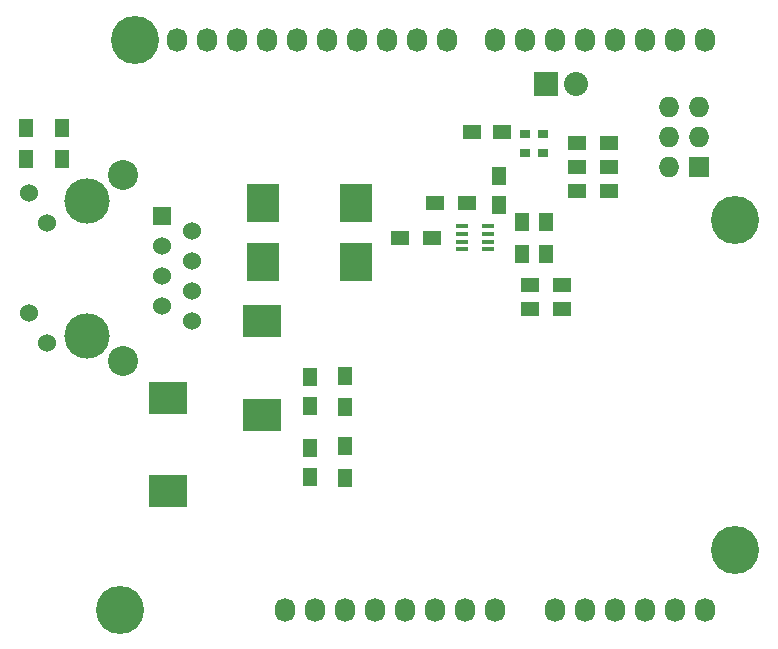
<source format=gbr>
G04 #@! TF.FileFunction,Soldermask,Top*
%FSLAX46Y46*%
G04 Gerber Fmt 4.6, Leading zero omitted, Abs format (unit mm)*
G04 Created by KiCad (PCBNEW (2015-08-20 BZR 6109, Git 2605ab0)-product) date Sat 10 Oct 2015 06:29:31 PM EDT*
%MOMM*%
G01*
G04 APERTURE LIST*
%ADD10C,0.100000*%
%ADD11O,1.727200X2.032000*%
%ADD12C,4.064000*%
%ADD13R,1.250000X1.500000*%
%ADD14R,1.500000X1.250000*%
%ADD15C,3.850640*%
%ADD16R,1.524000X1.524000*%
%ADD17C,1.524000*%
%ADD18C,2.540000*%
%ADD19R,1.727200X1.727200*%
%ADD20O,1.727200X1.727200*%
%ADD21R,2.032000X2.032000*%
%ADD22O,2.032000X2.032000*%
%ADD23R,1.500000X1.300000*%
%ADD24R,1.300000X1.500000*%
%ADD25R,2.700000X3.200000*%
%ADD26R,3.200000X2.700000*%
%ADD27R,1.060000X0.380000*%
%ADD28R,0.850000X0.650000*%
G04 APERTURE END LIST*
D10*
D11*
X27940000Y2540000D03*
X30480000Y2540000D03*
X33020000Y2540000D03*
X35560000Y2540000D03*
X38100000Y2540000D03*
X40640000Y2540000D03*
X43180000Y2540000D03*
X45720000Y2540000D03*
X50800000Y2540000D03*
X53340000Y2540000D03*
X55880000Y2540000D03*
X58420000Y2540000D03*
X60960000Y2540000D03*
X63500000Y2540000D03*
X18796000Y50800000D03*
X21336000Y50800000D03*
X23876000Y50800000D03*
X26416000Y50800000D03*
X28956000Y50800000D03*
X31496000Y50800000D03*
X34036000Y50800000D03*
X36576000Y50800000D03*
X39116000Y50800000D03*
X41656000Y50800000D03*
X45720000Y50800000D03*
X48260000Y50800000D03*
X50800000Y50800000D03*
X53340000Y50800000D03*
X55880000Y50800000D03*
X58420000Y50800000D03*
X60960000Y50800000D03*
X63500000Y50800000D03*
D12*
X13970000Y2540000D03*
X66040000Y7620000D03*
X15240000Y50800000D03*
X66040000Y35560000D03*
D13*
X46000000Y39250000D03*
X46000000Y36750000D03*
X30000000Y13750000D03*
X30000000Y16250000D03*
X30000000Y19750000D03*
X30000000Y22250000D03*
D14*
X46250000Y43000000D03*
X43750000Y43000000D03*
D15*
X11110000Y25730000D03*
X11110000Y37160000D03*
D16*
X17460000Y35890000D03*
D17*
X20000000Y34620000D03*
X17460000Y33350000D03*
X20000000Y32080000D03*
X17460000Y30810000D03*
X20000000Y29540000D03*
X17460000Y28270000D03*
D18*
X14158000Y23571000D03*
X14158000Y39319000D03*
D17*
X6207800Y27660400D03*
X6207800Y37769600D03*
X7731800Y25120400D03*
X7731800Y35229600D03*
X20000000Y27000000D03*
D19*
X63000000Y40000000D03*
D20*
X60460000Y40000000D03*
X63000000Y42540000D03*
X60460000Y42540000D03*
X63000000Y45080000D03*
X60460000Y45080000D03*
D21*
X50000000Y47000000D03*
D22*
X52540000Y47000000D03*
D23*
X52650000Y38000000D03*
X55350000Y38000000D03*
X40650000Y37000000D03*
X43350000Y37000000D03*
X40350000Y34000000D03*
X37650000Y34000000D03*
D24*
X50000000Y35350000D03*
X50000000Y32650000D03*
X48000000Y35350000D03*
X48000000Y32650000D03*
D23*
X48650000Y30000000D03*
X51350000Y30000000D03*
X52650000Y40000000D03*
X55350000Y40000000D03*
X55350000Y42000000D03*
X52650000Y42000000D03*
D25*
X26050000Y37000000D03*
X33950000Y37000000D03*
X26050000Y32000000D03*
X33950000Y32000000D03*
D24*
X33000000Y19650000D03*
X33000000Y22350000D03*
X33000000Y13650000D03*
X33000000Y16350000D03*
D23*
X48650000Y28000000D03*
X51350000Y28000000D03*
D24*
X6000000Y40650000D03*
X6000000Y43350000D03*
X9000000Y40650000D03*
X9000000Y43350000D03*
D26*
X18000000Y20450000D03*
X18000000Y12550000D03*
D27*
X45100000Y34975000D03*
X45100000Y34325000D03*
X42900000Y34975000D03*
X42900000Y34325000D03*
X42900000Y33675000D03*
X42900000Y33025000D03*
X45100000Y33675000D03*
X45100000Y33025000D03*
D28*
X48225000Y42825000D03*
X49775000Y42825000D03*
X49775000Y41175000D03*
X48225000Y41175000D03*
D26*
X26000000Y26950000D03*
X26000000Y19050000D03*
M02*

</source>
